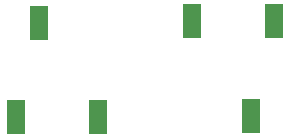
<source format=gtp>
G04 #@! TF.GenerationSoftware,KiCad,Pcbnew,(6.0.2)*
G04 #@! TF.CreationDate,2022-09-05T01:34:10-04:00*
G04 #@! TF.ProjectId,midi-trs-a-b-conveter,6d696469-2d74-4727-932d-612d622d636f,rev?*
G04 #@! TF.SameCoordinates,PX7c5bf00PY5fb3830*
G04 #@! TF.FileFunction,Paste,Top*
G04 #@! TF.FilePolarity,Positive*
%FSLAX46Y46*%
G04 Gerber Fmt 4.6, Leading zero omitted, Abs format (unit mm)*
G04 Created by KiCad (PCBNEW (6.0.2)) date 2022-09-05 01:34:10*
%MOMM*%
%LPD*%
G01*
G04 APERTURE LIST*
%ADD10R,1.500000X3.000000*%
G04 APERTURE END LIST*
D10*
G04 #@! TO.C,U1*
X25450000Y10550000D03*
X18450000Y10550000D03*
X23450000Y2550000D03*
G04 #@! TD*
G04 #@! TO.C,U2*
X3550000Y2430000D03*
X10550000Y2430000D03*
X5550000Y10430000D03*
G04 #@! TD*
M02*

</source>
